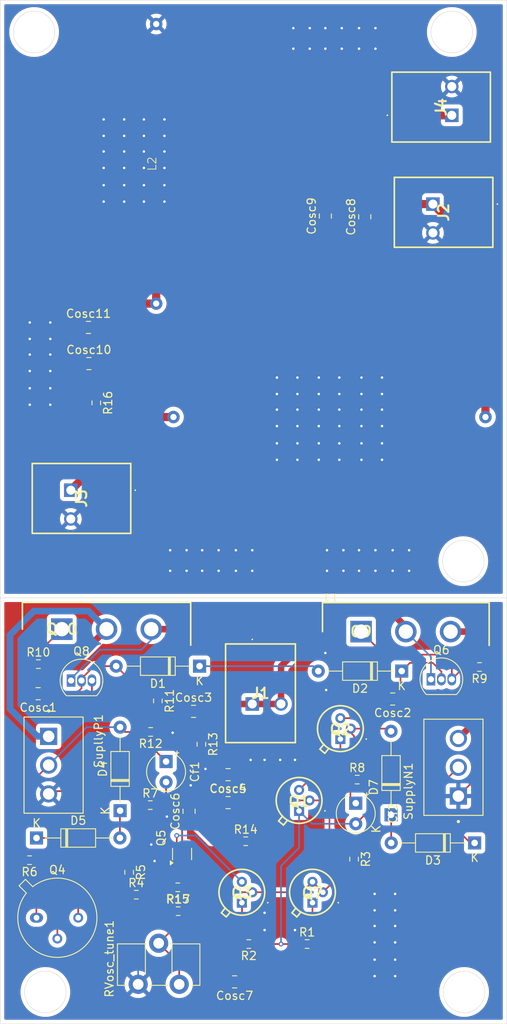
<source format=kicad_pcb>
(kicad_pcb (version 20240108) (generator "pcbnew") (generator_version "8.0")
  (layers (0 "F.Cu" signal) (31 "B.Cu" signal) (34 "B.Paste" user) (35 "F.Paste" user) (36 "B.SilkS" user "B.Silkscreen") (37 "F.SilkS" user "F.Silkscreen") (38 "B.Mask" user) (39 "F.Mask" user) (44 "Edge.Cuts" user))
  (net 0 "")
  (net 1 "+24V")
  (net 2 "Net-(D1-K)")
  (net 3 "Net-(D3-A)")
  (net 4 "-24V")
  (net 5 "Net-(Q10-BASE)")
  (net 6 "Net-(Q6-C)")
  (net 7 "Net-(Cosc3-Pad1)")
  (net 8 "Net-(Q10-EMITTER)")
  (net 9 "Net-(Q1-B)")
  (net 10 "GND")
  (net 11 "Net-(Cosc5-Pad2)")
  (net 12 "Net-(Q5B-B2)")
  (net 14 "Net-(Q5A-B1)")
  (net 15 "Net-(Cosc8-Pad2)")
  (net 16 "Net-(Cosc10-Pad1)")
  (net 17 "Net-(Cosc10-Pad2)")
  (net 18 "Net-(Q4-E)")
  (net 19 "Net-(Q4-C)")
  (net 20 "Net-(Q3-C)")
  (net 21 "Net-(Q5A-E1)")
  (net 22 "Net-(Q3-B)")
  (net 23 "Net-(Q5B-E2)")
  (net 24 "Net-(Q7-E)")
  (net 25 "Net-(Q3-E)")
  (net 26 "-30V")
  (net 27 "+30V")
  (net 28 "Net-(R15-Pad2)")
  (net 29 "Net-(R17-Pad2)")
  (net 30 "Net-(D5-K)")
  (net 31 "Net-(D7-A)")
  (net 32 "Net-(D1-A)")
  (net 33 "Net-(D2-K)")
  (net 34 "Net-(D4-K)")
  (net 35 "Net-(Q1-C)")
  (net 36 "Net-(J3-Pad1)")
  (footprint "Resistor_SMD:R_0603_1608Metric" (layer "F.Cu") (at 84.375 113.4)
    (property "Reference" "R7")
    (property "Value" "10k")
  )
  (footprint "Capacitor_SMD:C_0805_2012Metric" (layer "F.Cu") (at 89.65 102)
    (property "Reference" "Cosc3")
    (property "Value" "10u")
  )
  (footprint "Resistor_SMD:R_0603_1608Metric" (layer "F.Cu") (at 124.475 96.6 180)
    (property "Reference" "R9")
    (property "Value" "330")
  )
  (footprint "Resistor_SMD:R_0603_1608Metric" (layer "F.Cu") (at 85.3 100.725 -90)
    (property "Reference" "R11")
    (property "Value" "10k")
  )
  (footprint "2SA1943-O_Q_:TO545P520X2050X2650-3P" (layer "F.Cu") (at 73.6 92)
    (property "Reference" "Q10")
    (property "Value" "2SA1943-O_Q_" (hide yes))
  )
  (footprint "Capacitor_SMD:C_0805_2012Metric" (layer "F.Cu") (at 70.72 99.85 180)
    (property "Reference" "Cosc1")
    (property "Value" "100p")
  )
  (footprint "Resistor_SMD:R_0603_1608Metric" (layer "F.Cu") (at 77.8 64.475 -90)
    (property "Reference" "R16")
    (property "Value" "1.2")
  )
  (footprint "Diode_THT:D_DO-35_SOD27_P10.16mm_Horizontal" (layer "F.Cu") (at 113.7 114.58 90)
    (property "Reference" "D7")
    (property "Value" "1N914")
  )
  (footprint "250-102:250102" (layer "F.Cu") (at 74.7 75.1 -90)
    (property "Reference" "J3")
    (property "Value" "250-102" (hide yes))
  )
  (footprint "Capacitor_SMD:C_0805_2012Metric" (layer "F.Cu") (at 105.7 41.75 90)
    (property "Reference" "Cosc9")
    (property "Value" "3u3")
  )
  (footprint "250-102:250102" (layer "F.Cu") (at 118.8 40.3 -90)
    (property "Reference" "J2")
    (property "Value" "250-102" (hide yes))
  )
  (footprint "Diode_THT:D_DO-35_SOD27_P10.16mm_Horizontal" (layer "F.Cu") (at 115 97.1 180)
    (property "Reference" "D2")
    (property "Value" "1N914")
  )
  (footprint "Resistor_SMD:R_0603_1608Metric" (layer "F.Cu") (at 84.425 104.5 180)
    (property "Reference" "R12")
    (property "Value" "10k")
  )
  (footprint "Capacitor_SMD:C_0805_2012Metric" (layer "F.Cu") (at 110.5 41.85 90)
    (property "Reference" "Cosc8")
    (property "Value" "3u3")
  )
  (footprint "Resistor_SMD:R_0603_1608Metric" (layer "F.Cu") (at 90.6 106 -90)
    (property "Reference" "R13")
    (property "Value" "220k")
  )
  (footprint "Capacitor_THT:CP_Radial_Tantal_D4.5mm_P2.50mm" (layer "F.Cu") (at 86.3 108.1 -90)
    (property "Reference" "Cf1")
    (property "Value" "100u")
  )
  (footprint "Resistor_SMD:R_0603_1608Metric" (layer "F.Cu") (at 109.2 119.975 -90)
    (property "Reference" "R3")
    (property "Value" "1")
  )
  (footprint "Coil_THT:L_D32mm_H10mm_0W71" (layer "F.Cu") (at 85.1 35.4 90)
    (property "Reference" "L2")
    (property "Value" "0.33m")
  )
  (footprint "250-102:250102" (layer "F.Cu") (at 121.1 29.5 90)
    (property "Reference" "J4")
    (property "Value" "250-102" (hide yes))
  )
  (footprint "2N2484:2N2484" (layer "F.Cu") (at 102.5 114.1)
    (property "Reference" "Q1")
    (property "Value" "2N2484" (hide yes))
  )
  (footprint "Resistor_SMD:R_0603_1608Metric" (layer "F.Cu") (at 81.8 121.575 -90)
    (property "Reference" "R5")
    (property "Value" "100")
  )
  (footprint "Capacitor_SMD:C_0805_2012Metric" (layer "F.Cu") (at 89.1 114.15 90)
    (property "Reference" "Cosc6")
    (property "Value" "2p2")
  )
  (footprint "Resistor_SMD:R_0603_1608Metric" (layer "F.Cu") (at 87.775 126.3)
    (property "Reference" "R17")
    (property "Value" "10k")
  )
  (footprint "Resistor_SMD:R_0603_1608Metric" (layer "F.Cu") (at 82.675 124.3)
    (property "Reference" "R4")
    (property "Value" "100")
  )
  (footprint "Resistor_SMD:R_0603_1608Metric" (layer "F.Cu") (at 70.745 96.25)
    (property "Reference" "R10")
    (property "Value" "330")
  )
  (footprint "Package_TO_SOT_THT:TO-39-3" (layer "F.Cu") (at 70.52 127.1)
    (property "Reference" "Q4")
    (property "Value" "BC303")
  )
  (footprint "2SC5200-O_Q_:TO545P520X2000X2900-3P" (layer "F.Cu") (at 110.05 92.3)
    (property "Reference" "Q9")
    (property "Value" "2SC5200-O_Q_" (hide yes))
  )
  (footprint "Resistor_SMD:R_0603_1608Metric" (layer "F.Cu") (at 109.575 110.3)
    (property "Reference" "R8")
    (property "Value" "470k")
  )
  (footprint "Capacitor_SMD:C_0805_2012Metric" (layer "F.Cu") (at 93.85 109.7 180)
    (property "Reference" "Cosc4")
    (property "Value" "1.5n")
  )
  (footprint "250-102:250102" (layer "F.Cu") (at 96.8 101.1)
    (property "Reference" "J1")
    (property "Value" "250-102" (hide yes))
  )
  (footprint "Diode_THT:D_DO-35_SOD27_P10.16mm_Horizontal" (layer "F.Cu") (at 70.52 117.4)
    (property "Reference" "D5")
    (property "Value" "1N914")
  )
  (footprint "Resistor_SMD:R_0603_1608Metric" (layer "F.Cu") (at 103.475 130.3)
    (property "Reference" "R1")
    (property "Value" "220")
  )
  (footprint "Resistor_SMD:R_0603_1608Metric" (layer "F.Cu") (at 69.675 120.1 180)
    (property "Reference" "R6")
    (property "Value" "500")
  )
  (footprint "TBP02R2-381-06BE:CUI_TBP03R2-350-03BE" (layer "F.Cu") (at 121.9 112.3 90)
    (property "Reference" "SupplyN1")
    (property "Value" "TBP03R2-350-03BE")
  )
  (footprint "Coil_THT:L_D38mm_H20mm_0W71mm" (layer "F.Cu") (at 106.2 66.2 180)
    (property "Reference" "L1")
    (property "Value" "0.47m")
  )
  (footprint "Package_TO_SOT_THT:TO-92_Inline" (layer "F.Cu") (at 74.73 98.25)
    (property "Reference" "Q8")
    (property "Value" "Q_NPN_EBC")
  )
  (footprint "Resistor_SMD:R_0603_1608Metric" (layer "F.Cu") (at 87.725 123.4 180)
    (property "Reference" "R15")
    (property "Value" "200k")
  )
  (footprint "Package_TO_SOT_SMD:SOT-363_SC-70-6" (layer "F.Cu") (at 88.25 119.35 90)
    (property "Reference" "Q5")
    (property "Value" "BC856BS")
  )
  (footprint "Capacitor_SMD:C_0805_2012Metric" (layer "F.Cu") (at 94.65 134.9 180)
    (property "Reference" "Cosc7")
    (property "Value" "1.5n")
  )
  (footprint "Capacitor_SMD:C_0805_2012Metric" (layer "F.Cu") (at 76.85 55.3)
    (property "Reference" "Cosc11")
    (property "Value" "1u2")
  )
  (footprint "2N2484:2N2484" (layer "F.Cu") (at 95.53 125.27)
    (property "Reference" "Q3")
    (property "Value" "2N2484" (hide yes))
  )
  (footprint "2N2484:2N2484" (layer "F.Cu") (at 104.13 125.27)
    (property "Reference" "Q7")
    (property "Value" "2N2484" (hide yes))
  )
  (footprint "Package_TO_SOT_THT:TO-92_Inline" (layer "F.Cu") (at 118.56 98.1)
    (property "Reference" "Q6")
    (property "Value" "Q_PNP_EBC")
  )
  (footprint "Diode_THT:D_DO-35_SOD27_P10.16mm_Horizontal" (layer "F.Cu") (at 80.7 114.08 90)
    (property "Reference" "D4")
    (property "Value" "1N914")
  )
  (footprint "TBP02R2-381-06BE:CUI_TBP03R2-350-03BE" (layer "F.Cu") (at 72 105.0375 -90)
    (property "Reference" "SupllyP1")
    (property "Value" "TBP03R2-350-03BE")
  )
  (footprint "Potentiometer_THT:Potentiometer_ACP_CA9-H5_Horizontal" (layer "F.Cu") (at 82.9 135.2 90)
    (property "Reference" "RVosc_tune1")
    (property "Value" "R20k")
  )
  (footprint "2N2484:2N2484" (layer "F.Cu") (at 107.53 105.37)
    (property "Reference" "Q2")
    (property "Value" "2N2484" (hide yes))
  )
  (footprint "Capacitor_THT:CP_Radial_Tantal_D4.5mm_P2.50mm" (layer "F.Cu") (at 109.4 113.171144 -90)
    (property "Reference" "Cf2")
    (property "Value" "100u")
  )
  (footprint "Diode_THT:D_DO-35_SOD27_P10.16mm_Horizontal" (layer "F.Cu") (at 123.88 118 180)
    (property "Reference" "D3")
    (property "Value" "1N914")
  )
  (footprint "Resistor_SMD:R_0603_1608Metric" (layer "F.Cu") (at 96.375 130.3 180)
    (property "Reference" "R2")
    (property "Value" "220")
  )
  (footprint "Capacitor_SMD:C_0805_2012Metric" (layer "F.Cu") (at 113.9 100.5 180)
    (property "Reference" "Cosc2")
    (property "Value" "100p")
  )
  (footprint "Capacitor_SMD:C_0805_2012Metric" (layer "F.Cu") (at 93.85 113.1)
    (property "Reference" "Cosc5")
    (property "Value" "1.5n")
  )
  (footprint "Capacitor_SMD:C_0805_2012Metric" (layer "F.Cu") (at 76.9 59.7)
    (property "Reference" "Cosc10")
    (property "Value" "2u2")
  )
  (footprint "Diode_THT:D_DO-35_SOD27_P10.16mm_Horizontal" (layer "F.Cu") (at 90.38 96.5 180)
    (property "Reference" "D1")
    (property "Value" "1N914")
  )
  (footprint "Resistor_SMD:R_0603_1608Metric" (layer "F.Cu") (at 96 117.8)
    (property "Reference" "R14")
    (property "Value" "11k")
  )
  (gr_line (start 66.1 88.2) (end 127.8 88.2) (stroke (width 0.05)) (layer "Edge.Cuts"))
  (gr_circle (center 121.1 19.368203) (end 118.6 18.968203) (stroke (width 0.05)) (fill none) (layer "Edge.Cuts"))
  (gr_circle (center 122.5 83.731797) (end 120 83.331797) (stroke (width 0.05)) (fill none) (layer "Edge.Cuts"))
  (gr_circle (center 122.6 136.131797) (end 120.1 135.731797) (stroke (width 0.05)) (fill none) (layer "Edge.Cuts"))
  (gr_circle (center 71.6 136.131797) (end 69.1 135.731797) (stroke (width 0.05)) (fill none) (layer "Edge.Cuts"))
  (gr_rect (start 66.1 15.5) (end 127.8 140) (stroke (width 0.05)) (fill none) (layer "Edge.Cuts"))
  (gr_circle (center 70.231797 19.368203) (end 67.731797 18.968203) (stroke (width 0.05)) (fill none) (layer "Edge.Cuts"))
  (segment (start 72 108.5375) (end 68.6 111.9375) (width 0.2) (layer "F.Cu") (net 1))
  (segment (start 83.6 105.4) (end 86.3 108.1) (width 0.2) (layer "F.Cu") (net 1))
  (segment (start 81.28 104.5) (end 80.7 103.92) (width 0.2) (layer "F.Cu") (net 1))
  (segment (start 83.6 104.5) (end 81.28 104.5) (width 0.2) (layer "F.Cu") (net 1))
  (segment (start 68.6 119.85) (end 68.85 120.1) (width 0.2) (layer "F.Cu") (net 1))
  (segment (start 68.6 111.9375) (end 68.6 119.85) (width 0.2) (layer "F.Cu") (net 1))
  (segment (start 83.6 104.5) (end 83.6 105.4) (width 0.2) (layer "F.Cu") (net 1))
  (segment (start 80.7 103.92) (end 76.6175 103.92) (width 0.2) (layer "B.Cu") (net 1))
  (segment (start 76.6175 103.92) (end 72 108.5375) (width 0.2) (layer "B.Cu") (net 1))
  (segment (start 90.38 96.5) (end 104.24 96.5) (width 0.2) (layer "B.Cu") (net 2))
  (segment (start 104.24 96.5) (end 104.84 97.1) (width 0.2) (layer "B.Cu") (net 2))
  (segment (start 113.72 114.6) (end 113.7 114.58) (width 0.2) (layer "F.Cu") (net 3))
  (segment (start 113.72 118) (end 113.72 114.6) (width 0.2) (layer "F.Cu") (net 3))
  (segment (start 123.88 118) (end 123.357712 118) (width 0.2) (layer "F.Cu") (net 4))
  (segment (start 97.2 130.3) (end 102.65 130.3) (width 0.2) (layer "F.Cu") (net 4))
  (segment (start 118.028856 112.671144) (end 121.9 108.8) (width 0.2) (layer "F.Cu") (net 4))
  (segment (start 109.4 115.671144) (end 112.4 112.671144) (width 0.2) (layer "F.Cu") (net 4))
  (segment (start 123.357712 118) (end 118.028856 112.671144) (width 0.2) (layer "F.Cu") (net 4))
  (segment (start 112.4 112.671144) (end 118.028856 112.671144) (width 0.2) (layer "F.Cu") (net 4))
  (via (at 100.3 130.3) (size 0.6) (drill 0.3) (layers "F.Cu" "B.Cu") (net 4))
  (segment (start 100.3 120.8) (end 100.3 130.3) (width 0.2) (layer "B.Cu") (net 4))
  (segment (start 102.5 118.6) (end 100.3 120.8) (width 0.2) (layer "B.Cu") (net 4))
  (segment (start 104.071144 115.671144) (end 102.5 114.1) (width 0.2) (layer "B.Cu") (net 4))
  (segment (start 109.4 115.671144) (end 104.071144 115.671144) (width 0.2) (layer "B.Cu") (net 4))
  (segment (start 102.5 114.1) (end 102.5 118.6) (width 0.2) (layer "B.Cu") (net 4))
  (segment (start 77.27 99.73) (end 77.27 98.25) (width 0.2) (layer "F.Cu") (net 5))
  (segment (start 69.77 99.85) (end 69.77 96.4) (width 0.2) (layer "F.Cu") (net 5))
  (segment (start 69.77 99.85) (end 69.77 100.67) (width 0.2) (layer "F.Cu") (net 5))
  (segment (start 75.5 101.5) (end 77.27 99.73) (width 0.2) (layer "F.Cu") (net 5))
  (segment (start 70.6 101.5) (end 75.5 101.5) (width 0.2) (layer "F.Cu") (net 5))
  (segment (start 69.77 100.67) (end 70.6 101.5) (width 0.2) (layer "F.Cu") (net 5))
  (segment (start 69.92 96.25) (end 69.92 95.68) (width 0.2) (layer "F.Cu") (net 5))
  (segment (start 69.77 96.4) (end 69.92 96.25) (width 0.2) (layer "F.Cu") (net 5))
  (segment (start 69.92 95.68) (end 73.6 92) (width 0.2) (layer "F.Cu") (net 5))
  (segment (start 73.625 92) (end 73.6 92) (width 0.2) (layer "B.Cu") (net 5))
  (segment (start 77.27 98.25) (end 77.27 98.025) (width 0.2) (layer "B.Cu") (net 5))
  (segment (start 123.65 96.6) (end 122.6 96.6) (width 0.2) (layer "F.Cu") (net 6))
  (segment (start 112.85 95.1) (end 112.95 95.2) (width 0.2) (layer "F.Cu") (net 6))
  (segment (start 112.85 95.1) (end 110.05 92.3) (width 0.2) (layer "F.Cu") (net 6))
  (segment (start 119.9 95.1) (end 112.85 95.1) (width 0.2) (layer "F.Cu") (net 6))
  (segment (start 121.1 96.3) (end 119.9 95.1) (width 0.2) (layer "F.Cu") (net 6))
  (segment (start 122.6 96.6) (end 121.1 98.1) (width 0.2) (layer "F.Cu") (net 6))
  (segment (start 121.1 98.1) (end 121.1 96.3) (width 0.2) (layer "F.Cu") (net 6))
  (segment (start 112.95 95.2) (end 112.95 100.5) (width 0.2) (layer "F.Cu") (net 6))
  (segment (start 85.3 104.45) (end 85.25 104.5) (width 0.2) (layer "F.Cu") (net 7))
  (segment (start 85.3 101.55) (end 88.25 101.55) (width 0.2) (layer "F.Cu") (net 7))
  (segment (start 85.3 101.55) (end 85.3 104.45) (width 0.2) (layer "F.Cu") (net 7))
  (segment (start 88.25 101.55) (end 88.7 102) (width 0.2) (layer "F.Cu") (net 7))
  (segment (start 89.1 113.2) (end 92.6 109.7) (width 0.2) (layer "F.Cu") (net 8))
  (segment (start 104.8 92) (end 100.3 96.5) (width 0.8) (layer "F.Cu") (net 8))
  (segment (start 90.6 105.175) (end 90.6 102) (width 0.2) (layer "F.Cu") (net 8))
  (segment (start 96.8 101.1) (end 91.5 101.1) (width 0.8) (layer "F.Cu") (net 8))
  (segment (start 91.5 101.1) (end 90.6 102) (width 0.8) (layer "F.Cu") (net 8))
  (segment (start 74.73 98.25) (end 74.73 98.025) (width 0.2) (layer "F.Cu") (net 8))
  (segment (start 92.9 109.7) (end 92.9 107.475) (width 0.2) (layer "F.Cu") (net 8))
  (segment (start 113.275 89.5) (end 115.7 91.925) (width 0.8) (layer "F.Cu") (net 8))
  (segment (start 107.3 89.5) (end 113.275 89.5) (width 0.8) (layer "F.Cu") (net 8))
  (segment (start 100.3 96.5) (end 100.3 101.1) (width 0.8) (layer "F.Cu") (net 8))
  (segment (start 104.8 92) (end 107.3 89.5) (width 0.8) (layer "F.Cu") (net 8))
  (segment (start 92.6 109.7) (end 92.9 109.7) (width 0.2) (layer "F.Cu") (net 8))
  (segment (start 84.5 92) (end 104.8 92) (width 0.8) (layer "F.Cu") (net 8))
  (segment (start 92.9 107.475) (end 90.6 105.175) (width 0.2) (layer "F.Cu") (net 8))
  (segment (start 100.3 101.1) (end 96.8 101.1) (width 0.8) (layer "F.Cu") (net 8))
  (segment (start 83.3 94.5) (end 84.5 93.3) (width 0.2) (layer "B.Cu") (net 8))
  (segment (start 118.56 98.1) (end 118.56 95.36) (width 0.2) (layer "B.Cu") (net 8))
  (segment (start 74.73 98.025) (end 78.255 94.5) (width 0.2) (layer "B.Cu") (net 8))
  (segment (start 84.5 93.3) (end 84.5 92) (width 0.2) (layer "B.Cu") (net 8))
  (segment (start 118.56 95.36) (end 115.5 92.3) (width 0.2) (layer "B.Cu") (net 8))
  (segment (start 78.255 94.5) (end 83.3 94.5) (width 0.2) (layer "B.Cu") (net 8))
  (segment (start 74.73 98.25) (end 74.73 98.025) (width 0.2) (layer "B.Cu") (net 8))
  (segment (start 105.13 112.83) (end 106.2 113.9) (width 0.2) (layer "F.Cu") (net 9))
  (segment (start 97.93 112.83) (end 103.77 112.83) (width 0.2) (layer "F.Cu") (net 9))
  (segment (start 105.13 112.83) (end 103.77 112.83) (width 0.2) (layer "F.Cu") (net 9))
  (segment (start 94.8 109.7) (end 97.93 112.83) (width 0.2) (layer "F.Cu") (net 9))
  (segment (start 106.2 113.9) (end 106.2 116.4) (width 0.2) (layer "F.Cu") (net 9))
  (segment (start 108.95 119.15) (end 109.2 119.15) (width 0.2) (layer "F.Cu") (net 9))
  (segment (start 106.2 116.4) (end 108.95 119.15) (width 0.2) (layer "F.Cu") (net 9))
  (segment (start 124 107) (end 124.2 107.2) (width 0.2) (layer "F.Cu") (net 10))
  (segment (start 124.2 110) (end 121.9 112.3) (width 0.2) (layer "F.Cu") (net 10))
  (segment (start 83.55 112.55) (end 82.7 111.7) (width 0.2) (layer "F.Cu") (net 10))
  (segment (start 124.2 107.2) (end 124.2 110) (width 0.2) (layer "F.Cu") (net 10))
  (segment (start 113.3 110.3) (end 110.4 110.3) (width 0.2) (layer "F.Cu") (net 10))
  (segment (start 83.55 113.4) (end 83.55 112.55) (width 0.2) (layer "F.Cu") (net 10))
  (segment (start 72.3375 111.7) (end 72 112.0375) (width 0.2) (layer "F.Cu") (net 10))
  (segment (start 116.6 107) (end 124 107) (width 0.2) (layer "F.Cu") (net 10))
  (segment (start 116.6 107) (end 113.3 110.3) (width 0.2) (layer "F.Cu") (net 10))
  (segment (start 82.7 111.7) (end 72.3375 111.7) (width 0.2) (layer "F.Cu") (net 10))
  (via (at 99.8 67.3) (size 0.6) (drill 0.3) (layers "F.Cu" "B.Cu") (net 10))
  (via (at 112.6 63.4) (size 0.6) (drill 0.3) (layers "F.Cu" "B.Cu") (net 10))
  (via (at 98.3 126.5) (size 0.6) (drill 0.3) (layers "F.Cu" "B.Cu") (net 10))
  (via (at 86.1 30) (size 0.6) (drill 0.3) (layers "F.Cu" "B.Cu") (net 10))
  (via (at 102.3 65.3) (size 0.6) (drill 0.3) (layers "F.Cu" "B.Cu") (net 10))
  (via (at 86.8 84.9) (size 0.6) (drill 0.3) (layers "F.Cu" "B.Cu") (net 10))
  (via (at 92.7 84.9) (size 0.6) (drill 0.3) (layers "F.Cu" "B.Cu") (net 10))
  (via (at 86.1 38) (size 0.6) (drill 0.3) (layers "F.Cu" "B.Cu") (net 10))
  (via (at 104.9 69.4) (size 0.6) (drill 0.3) (layers "F.Cu" "B.Cu") (net 10))
  (via (at 84.9 120.2) (size 0.6) (drill 0.3) (layers "F.Cu" "B.Cu") (net 10))
  (via (at 72.2 62.7) (size 0.6) (drill 0.3) (layers "F.Cu" "B.Cu") (net 10))
  (via (at 109.8 21.4) (size 0.6) (drill 0.3) (layers "F.Cu" "B.Cu") (net 10))
  (via (at 69.7 56.7) (size 0.6) (drill 0.3) (layers "F.Cu" "B.Cu") (net 10))
  (via (at 86.1 40) (size 0.6) (drill 0.3) (layers "F.Cu" "B.Cu") (net 10))
  (via (at 115.9 84.9) (size 0.6) (drill 0.3) (layers "F.Cu" "B.Cu") (net 10))
  (via (at 72.2 54.7) (size 0.6) (drill 0.3) (layers "F.Cu" "B.Cu") (net 10))
  (via (at 104.9 63.4) (size 0.6) (drill 0.3) (layers "F.Cu" "B.Cu") (net 10))
  (via (at 104.9 71.4) (size 0.6) (drill 0.3) (layers "F.Cu" "B.Cu") (net 10))
  (via (at 111.8 82.4) (size 0.6) (drill 0.3) (layers "F.Cu" "B.Cu") (net 10))
  (via (at 107.4 65.3) (size 0.6) (drill 0.3) (layers "F.Cu" "B.Cu") (net 10))
  (via (at 102.3 67.3) (size 0.6) (drill 0.3) (layers "F.Cu" "B.Cu") (net 10))
  (via (at 81.2 40) (size 0.6) (drill 0.3) (layers "F.Cu" "B.Cu") (net 10))
  (via (at 94.8 84.9) (size 0.6) (drill 0.3) (layers "F.Cu" "B.Cu") (net 10))
  (via (at 111.8 18.9) (size 0.6) (drill 0.3) (layers "F.Cu" "B.Cu") (net 10))
  (via (at 81.2 35.9) (size 0.6) (drill 0.3) (layers "F.Cu" "B.Cu") (net 10))
  (via (at 81.2 33.9) (size 0.6) (drill 0.3) (layers "F.Cu" "B.Cu") (net 10))
  (via (at 114.2 130.1) (size 0.6) (drill 0.3) (layers "F.Cu" "B.Cu") (net 10))
  (via (at 105.7 18.9) (size 0.6) (drill 0.3) (layers "F.Cu" "B.Cu") (net 10))
  (via (at 107.7 21.4) (size 0.6) (drill 0.3) (layers "F.Cu" "B.Cu") (net 10))
  (via (at 88.8 82.4) (size 0.6) (drill 0.3) (layers "F.Cu" "B.Cu") (net 10))
  (via (at 99.8 63.4) (size 0.6) (drill 0.3) (layers "F.Cu" "B.Cu") (net 10))
  (via (at 69.7 58.6) (size 0.6) (drill 0.3) (layers "F.Cu" "B.Cu") (net 10))
  (via (at 69.7 64.7) (size 0.6) (drill 0.3) (layers "F.Cu" "B.Cu") (net 10))
  (via (at 111.8 84.9) (size 0.6) (drill 0.3) (layers "F.Cu" "B.Cu") (net 10))
  (via (at 86.1 35.9) (size 0.6) (drill 0.3) (layers "F.Cu" "B.Cu") (net 10))
  (via (at 83.6 30) (size 0.6) (drill 0.3) (layers "F.Cu" "B.Cu") (net 10))
  (via (at 109.8 84.9) (size 0.6) (drill 0.3) (layers "F.Cu" "B.Cu") (net 10))
  (via (at 86.8 82.4) (size 0.6) (drill 0.3) (layers "F.Cu" "B.Cu") (net 10))
  (via (at 114.2 124.2) (size 0.6) (drill 0.3) (layers "F.Cu" "B.Cu") (net 10))
  (via (at 98.3 107.9) (size 0.6) (drill 0.3) (layers "F.Cu" "B.Cu") (net 10))
  (via (at 105.9 84.9) (size 0.6) (drill 0.3) (layers "F.Cu" "B.Cu") (net 10))
  (via (at 83.6 33.9) (size 0.6) (drill 0.3) (layers "F.Cu" "B.Cu") (net 10))
  (via (at 110.1 67.3) (size 0.6) (drill 0.3) (layers "F.Cu" "B.Cu") (net 10))
  (via (at 96.8 84.9) (size 0.6) (drill 0.3) (layers "F.Cu" "B.Cu") (net 10))
  (via (at 103.8 21.4) (size 0.6) (drill 0.3) (layers "F.Cu" "B.Cu") (net 10))
  (via (at 102 107.9) (size 0.6) (drill 0.3) (layers "F.Cu" "B.Cu") (net 10))
  (via (at 113.9 84.9) (size 0.6) (drill 0.3) (layers "F.Cu" "B.Cu") (net 10))
  (via (at 109.8 18.9) (size 0.6) (drill 0.3) (layers "F.Cu" "B.Cu") (net 10))
  (via (at 102.3 69.4) (size 0.6) (drill 0.3) (layers "F.Cu" "B.Cu") (net 10))
  (via (at 86.1 32) (size 0.6) (drill 0.3) (layers "F.Cu" "B.Cu") (net 10))
  (via (at 107.4 61.4) (size 0.6) (drill 0.3) (layers "F.Cu" "B.Cu") (net 10))
  (via (at 112.6 65.3) (size 0.6) (drill 0.3) (layers "F.Cu" "B.Cu") (net 10))
  (via (at 104.9 61.4) (size 0.6) (drill 0.3) (layers "F.Cu" "B.Cu") (net 10))
  (via (at 72.2 60.6) (size 0.6) (drill 0.3) (layers "F.Cu" "B.Cu") (net 10))
  (via (at 78.7 32) (size 0.6) (drill 0.3) (layers "F.Cu" "B.Cu") (net 10))
  (via (at 111.7 134.2) (size 0.6) (drill 0.3) (layers "F.Cu" "B.Cu") (net 10))
  (via (at 69.7 62.7) (size 0.6) (drill 0.3) (layers "F.Cu" "B.Cu") (net 10))
  (via (at 111.7 126.2) (size 0.6) (drill 0.3) (layers "F.Cu" "B.Cu") (net 10))
  (via (at 112.6 69.4) (size 0.6) (drill 0.3) (layers "F.Cu" "B.Cu") (net 10))
  (via (at 107.9 82.4) (size 0.6) (drill 0.3) (layers "F.Cu" "B.Cu") (net 10))
  (via (at 78.7 30) (size 0.6) (drill 0.3) (layers "F.Cu" "B.Cu") (net 10))
  (via (at 69.7 60.6) (size 0.6) (drill 0.3) (layers "F.Cu" "B.Cu") (net 10))
  (via (at 72.2 56.7) (size 0.6) (drill 0.3) (layers "F.Cu" "B.Cu") (net 10))
  (via (at 110.1 63.4) (size 0.6) (drill 0.3) (layers "F.Cu" "B.Cu") (net 10))
  (via (at 78.7 35.9) (size 0.6) (drill 0.3) (layers "F.Cu" "B.Cu") (net 10))
  (via (at 99.8 65.3) (size 0.6) (drill 0.3) (layers "F.Cu" "B.Cu") (net 10))
  (via (at 69.7 54.7) (size 0.6) (drill 0.3) (layers "F.Cu" "B.Cu") (net 10))
  (via (at 78.7 33.9) (size 0.6) (drill 0.3) (layers "F.Cu" "B.Cu") (net 10))
  (via (at 83.6 40) (size 0.6) (drill 0.3) (layers "F.Cu" "B.Cu") (net 10))
  (via (at 111.7 130.1) (size 0.6) (drill 0.3) (layers "F.Cu" "B.Cu") (net 10))
  (via (at 99.8 69.4) (size 0.6) (drill 0.3) (layers "F.Cu" "B.Cu") (net 10))
  (via (at 107.4 71.4) (size 0.6) (drill 0.3) (layers "F.Cu" "B.Cu") (net 10))
  (via (at 103.8 18.9) (size 0.6) (drill 0.3) (layers "F.Cu" "B.Cu") (net 10))
  (via (at 99.8 61.4) (size 0.6) (drill 0.3) (layers "F.Cu" "B.Cu") (net 10))
  (via (at 114.2 126.2) (size 0.6) (drill 0.3) (layers "F.Cu" "B.Cu") (net 10))
  (via (at 111.8 21.4) (size 0.6) (drill 0.3) (layers "F.Cu" "B.Cu") (net 10))
  (via (at 105.7 94.9) (size 0.6) (drill 0.3) (layers "F.Cu" "B.Cu") (net 10))
  (via (at 110.1 65.3) (size 0.6) (drill 0.3) (layers "F.Cu" "B.Cu") (net 10))
  (via (at 111.7 128.1) (size 0.6) (drill 0.3) (layers "F.Cu" "B.Cu") (net 10))
  (via (at 107.7 18.9) (size 0.6) (drill 0.3) (layers "F.Cu" "B.Cu") (net 10))
  (via (at 91.1 109) (size 0.6) (drill 0.3) (layers "F.Cu" "B.Cu") (net 10))
  (via (at 109.8 82.4) (size 0.6) (drill 0.3) (layers "F.Cu" "B.Cu") (net 10))
  (via (at 89.3 111) (size 0.6) (drill 0.3) (layers "F.Cu" "B.Cu") (net 10))
  (via (at 86.4 114.8) (size 0.6) (drill 0.3) (layers "F.Cu" "B.Cu") (net 10))
  (via (at 99.8 71.4) (size 0.6) (drill 0.3) (layers "F.Cu" "B.Cu") (net 10))
  (via (at 110.1 61.4) (size 0.6) (drill 0.3) (layers "F.Cu" "B.Cu") (net 10))
  (via (at 96.6 107.9) (size 0.6) (drill 0.3) (layers "F.Cu" "B.Cu") (net 10))
  (via (at 107.4 63.4) (size 0.6) (drill 0.3) (layers "F.Cu" "B.Cu") (net 10))
  (via (at 78.7 38) (size 0.6) (drill 0.3) (layers "F.Cu" "B.Cu") (net 10))
  (via (at 94.8 82.4) (size 0.6) (drill 0.3) (layers "F.Cu" "B.Cu") (net 10))
  (via (at 92.7 82.4) (size 0.6) (drill 0.3) (layers "F.Cu" "B.Cu") (net 10))
  (via (at 102.3 71.4) (size 0.6) (drill 0.3) (layers "F.Cu" "B.Cu") (net 10))
  (via (at 101.8 21.4) (size 0.6) (drill 0.3) (layers "F.Cu" "B.Cu") (net 10))
  (via (at 96.8 82.4) (size 0.6) (drill 0.3) (layers "F.Cu" "B.Cu") (net 10))
  (via (at 83.6 35.9) (size 0.6) (drill 0.3) (layers "F.Cu" "B.Cu") (net 10))
  (via (at 107.4 69.4) (size 0.6) (drill 0.3) (layers "F.Cu" "B.Cu") (net 10))
  (via (at 81.2 32) (size 0.6) (drill 0.3) (layers "F.Cu" "B.Cu") (net 10))
  (via (at 78.7 40) (size 0.6) (drill 0.3) (layers "F.Cu" "B.Cu") (net 10))
  (via (at 72.2 58.6) (size 0.6) (drill 0.3) (layers "F.Cu" "B.Cu") (net 10))
  (via (at 111.7 132.2) (size 0.6) (drill 0.3) (layers "F.Cu" "B.Cu") (net 10))
  (via (at 72.2 64.7) (size 0.6) (drill 0.3) (layers "F.Cu" "B.Cu") (net 10))
  (via (at 90.7 82.4) (size 0.6) (drill 0.3) (layers "F.Cu" "B.Cu") (net 10))
  (via (at 102.3 63.4) (size 0.6) (drill 0.3) (layers "F.Cu" "B.Cu") (net 10))
  (via (at 107.9 84.9) (size 0.6) (drill 0.3) (layers "F.Cu" "B.Cu") (net 10))
  (via (at 83.6 32) (size 0.6) (drill 0.3) (layers "F.Cu" "B.Cu") (net 10))
  (via (at 100.2 107.9) (size 0.6) (drill 0.3) (layers "F.Cu" "B.Cu") (net 10))
  (via (at 110.1 71.4) (size 0.6) (drill 0.3) (layers "F.Cu" "B.Cu") (net 10))
  (via (at 107.4 67.3) (size 0.6) (drill 0.3) (layers "F.Cu" "B.Cu") (net 10))
  (via (at 90.7 84.9) (size 0.6) (drill 0.3) (layers "F.Cu" "B.Cu") (net 10))
  (via (at 104.9 65.3) (size 0.6) (drill 0.3) (layers "F.Cu" "B.Cu") (net 10))
  (via (at 88.8 84.9) (size 0.6) (drill 0.3) (layers "F.Cu" "B.Cu") (net 10))
  (via (at 84.5 118.2) (size 0.6) (drill 0.3) (layers "F.Cu" "B.Cu") (net 10))
  (via (at 112.6 71.4) (size 0.6) (drill 0.3) (layers "F.Cu" "B.Cu") (net 10))
  (via (at 111.7 124.2) (size 0.6) (drill 0.3) (layers "F.Cu" "B.Cu") (net 10))
  (via (at 105.7 21.4) (size 0.6) (drill 0.3) (layers "F.Cu" "B.Cu") (net 10))
  (via (at 81.2 38) (size 0.6) (drill 0.3) (layers "F.Cu" "B.Cu") (net 10))
  (via (at 86.1 33.9) (size 0.6) (drill 0.3) (layers "F.Cu" "B.Cu") (net 10))
  (via (at 101.8 18.9) (size 0.6) (drill 0.3) (layers "F.Cu" "B.Cu") (net 10))
  (via (at 110.1 69.4) (size 0.6) (drill 0.3) (layers "F.Cu" "B.Cu") (net 10))
  (via (at 112.6 67.3) (size 0.6) (drill 0.3) (layers "F.Cu" "B.Cu") (net 10))
  (via (at 83.6 38) (size 0.6) (drill 0.3) (layers "F.Cu" "B.Cu") (net 10))
  (via (at 87.1 104.6) (size 0.6) (drill 0.3) (layers "F.Cu" "B.Cu") (net 10))
  (via (at 112.6 61.4) (size 0.6) (drill 0.3) (layers "F.Cu" "B.Cu") (net 10))
  (via (at 114.2 128.1) (size 0.6) (drill 0.3) (layers "F.Cu" "B.Cu") (net 10))
  (via (at 114.2 134.2) (size 0.6) (drill 0.3) (layers "F.Cu" "B.Cu") (net 10))
  (via (at 104.9 67.3) (size 0.6) (drill 0.3) (layers "F.Cu" "B.Cu") (net 10))
  (via (at 113.9 82.4) (size 0.6) (drill 0.3) (layers "F.Cu" "B.Cu") (net 10))
  (via (at 102 128.6) (size 0.6) (drill 0.3) (layers "F.Cu" "B.Cu") (net 10))
  (via (at 105.8 99.4) (size 0.6) (drill 0.3) (layers "F.Cu" "B.Cu") (net 10))
  (via (at 98.3 128.6) (size 0.6) (drill 0.3) (layers "F.Cu" "B.Cu") (net 10))
  (via (at 81.2 30) (size 0.6) (drill 0.3) (layers "F.Cu" "B.Cu") (net 10))
  (via (at 102.3 61.4) (size 0.6) (drill 0.3) (layers "F.Cu" "B.Cu") (net 10))
  (via (at 114.2 132.2) (size 0.6) (drill 0.3) (layers "F.Cu" "B.Cu") (net 10))
  (via (at 105.9 82.4) (size 0.6) (drill 0.3) (layers "F.Cu" "B.Cu") (net 10))
  (via (at 115.9 82.4) (size 0.6) (drill 0.3) (layers "F.Cu" "B.Cu") (net 10))
  (segment (start 82.9 128.2) (end 82.9 135.2) (width 0.2) (layer "B.Cu") (net 10))
  (segment (start 77.1 117.1375) (end 77.1 122.4) (width 0.2) (layer "B.Cu") (net 10))
  (segment (start 72 112.0375) (end 77.1 117.1375) (width 0.2) (layer "B.Cu") (net 10))
  (segment (start 77.1 122.4) (end 82.9 128.2) (width 0.2) (layer "B.Cu") (net 10))
  (segment (start 94.8 115.775) (end 96.825 117.8) (width 0.2) (layer "F.Cu") (net 11))
  (segment (start 94.8 113.1) (end 94.8 115.775) (width 0.2) (layer "F.Cu") (net 11))
  (segment (start 88.075 109.35) (end 88.075 111.125) (width 0.2) (layer "F.Cu") (net 12))
  (segment (start 91.8 117.8) (end 89.1 115.1) (width 0.2) (layer "F.Cu") (net 12))
  (segment (start 90.6 106.825) (end 88.075 109.35) (width 0.2) (layer "F.Cu") (net 12))
  (segment (start 87.4 111.8) (end 87.4 114.3) (width 0.2) (layer "F.Cu") (net 12))
  (segment (start 88.075 111.125) (end 87.4 111.8) (width 0.2) (layer "F.Cu") (net 12))
  (segment (start 88.25 115.95) (end 88.25 118.4) (width 0.2) (layer "F.Cu") (net 12))
  (segment (start 95.175 117.8) (end 91.8 117.8) (width 0.2) (layer "F.Cu") (net 12))
  (segment (start 89.1 115.1) (end 88.25 115.95) (width 0.2) (layer "F.Cu") (net 12))
  (segment (start 88.2 115.1) (end 89.1 115.1) (width 0.2) (layer "F.Cu") (net 12))
  (segment (start 87.4 114.3) (end 88.2 115.1) (width 0.2) (layer "F.Cu") (net 12))
  (segment (start 93.7 128.55) (end 93.7 134.9) (width 0.2) (layer "F.Cu") (net 14))
  (segment (start 88.55 123.4) (end 88.25 123.1) (width 0.2) (layer "F.Cu") (net 14))
  (segment (start 88.25 123.1) (end 88.25 120.3) (width 0.2) (layer "F.Cu") (net 14))
  (segment (start 88.55 123.4) (end 93.7 128.55) (width 0.2) (layer "F.Cu") (net 14))
  (segment (start 110.4 40.9) (end 110.3 40.8) (width 0.2) (layer "F.Cu") (net 15))
  (segment (start 118.8 40.3) (end 111.1 40.3) (width 1) (layer "F.Cu") (net 15))
  (segment (start 110.5 40.9) (end 110.4 40.9) (width 0.2) (layer "F.Cu") (net 15))
  (segment (start 111.1 40.3) (end 110.5 40.9) (width 1) (layer "F.Cu") (net 15))
  (segment (start 125.2 46.7) (end 125.2 66.2) (width 1) (layer "F.Cu") (net 15))
  (segment (start 110.3 40.8) (end 105.7 40.8) (width 1) (layer "F.Cu") (net 15))
  (segment (start 125.2 46.7) (end 118.8 40.3) (width 1) (layer "F.Cu") (net 15))
  (segment (start 75.95 55.35) (end 75.9 55.3) (width 0.2) (layer "F.Cu") (net 16))
  (segment (start 103.5 29.5) (end 121.1 29.5) (width 1) (layer "F.Cu") (net 16))
  (segment (start 85.1 52.4) (end 77.2 52.4) (width 1) (layer "F.Cu") (net 16))
  (segment (start 77.2 52.4) (end 75.9 53.7) (width 1) (layer "F.Cu") (net 16))
  (segment (start 85.1 52.4) (end 85.1 47.9) (width 1) (layer "F.Cu") (net 16))
  (segment (start 85.1 47.9) (end 103.5 29.5) (width 1) (layer "F.Cu") (net 16))
  (segment (start 75.95 59.7) (end 75.95 55.35) (width 1) (layer "F.Cu") (net 16))
  (segment (start 75.9 53.7) (end 75.9 55.3) (width 1) (layer "F.Cu") (net 16))
  (segment (start 77.8 55.3) (end 77.8 59.65) (width 1) (layer "F.Cu") (net 17))
  (segment (start 77.85 63.6) (end 77.8 63.65) (width 0.2) (layer "F.Cu") (net 17))
  (segment (start 77.8 59.65) (end 77.85 59.7) (width 0.2) (layer "F.Cu") (net 17))
  (segment (start 77.85 59.7) (end 77.85 63.6) (width 1) (layer "F.Cu") (net 17))
  (segment (start 70.5 127.08) (end 70.52 127.1) (width 0.2) (layer "F.Cu") (net 18))
  (segment (start 70.5 120.1) (end 70.5 127.08) (width 0.2) (layer "F.Cu") (net 18))
  (segment (start 81.8 122.4) (end 78.5 122.4) (width 0.2) (layer "F.Cu") (net 19))
  (segment (start 81.85 122.45) (end 81.8 122.4) (width 0.2) (layer "F.Cu") (net 19))
  (segment (start 81.85 124.3) (end 81.85 122.45) (width 0.2) (layer "F.Cu") (net 19))
  (segment (start 75.6 125.3) (end 75.6 127.1) (width 0.2) (layer "F.Cu") (net 19))
  (segment (start 78.5 122.4) (end 75.6 125.3) (width 0.2) (layer "F.Cu") (net 19))
  (segment (start 87.6 117.1) (end 87.6 118.4) (width 0.2) (layer "F.Cu") (net 20))
  (via (at 87.6 117.1) (size 0.6) (drill 0.3) (layers "F.Cu" "B.Cu") (net 20))
  (segment (start 87.6 117.1) (end 89.9 117.1) (width 0.2) (layer "B.Cu") (net 20))
  (segment (start 89.9 117.1) (end 95.53 122.73) (width 0.2) (layer "B.Cu") (net 20))
  (segment (start 83.5 124.3) (end 83.6 124.3) (width 0.2) (layer "F.Cu") (net 21))
  (segment (start 87.4 120.5) (end 87.6 120.3) (width 0.2) (layer "F.Cu") (net 21))
  (segment (start 83.6 124.3) (end 87.6 120.3) (width 0.2) (layer "F.Cu") (net 21))
  (segment (start 102.86 124) (end 104.13 122.73) (width 0.2) (layer "F.Cu") (net 22))
  (segment (start 105.4 124) (end 108.6 120.8) (width 0.2) (layer "F.Cu") (net 22))
  (segment (start 96.8 124) (end 92.6 124) (width 0.2) (layer "F.Cu") (net 22))
  (segment (start 96.8 124) (end 102.86 124) (width 0.2) (layer "F.Cu") (net 22))
  (segment (start 108.6 120.8) (end 109.2 120.8) (width 0.2) (layer "F.Cu") (net 22))
  (segment (start 105.4 124) (end 104.13 122.73) (width 0.2) (layer "F.Cu") (net 22))
  (segment (start 92.6 124) (end 88.9 120.3) (width 0.2) (layer "F.Cu") (net 22))
  (segment (start 81.8 120.75) (end 83.25 119.3) (width 0.2) (layer "F.Cu") (net 23))
  (segment (start 88.5 119.3) (end 88.9 118.9) (width 0.2) (layer "F.Cu") (net 23))
  (segment (start 88.9 118.9) (end 88.9 118.4) (width 0.2) (layer "F.Cu") (net 23))
  (segment (start 83.25 119.3) (end 88.5 119.3) (width 0.2) (layer "F.Cu") (net 23))
  (segment (start 104.13 130.03) (end 104.13 125.27) (width 0.2) (layer "F.Cu") (net 24))
  (segment (start 104.3 130.3) (end 104.3 130.2) (width 0.2) (layer "F.Cu") (net 24))
  (segment (start 104.3 130.2) (end 104.13 130.03) (width 0.2) (layer "F.Cu") (net 24))
  (segment (start 95.55 125.29) (end 95.53 125.27) (width 0.2) (layer "F.Cu") (net 25))
  (segment (start 95.55 130.3) (end 95.55 125.29) (width 0.2) (layer "F.Cu") (net 25))
  (segment (start 121.9 105.3) (end 124.5 102.7) (width 0.8) (layer "F.Cu") (net 26))
  (segment (start 124.5 102.7) (end 124.5 99.9) (width 0.8) (layer "F.Cu") (net 26))
  (segment (start 121.1 91.975) (end 121.15 91.925) (width 0.2) (layer "F.Cu") (net 26))
  (segment (start 123.4 92.3) (end 120.95 92.3) (width 0.8) (layer "F.Cu") (net 26))
  (segment (start 125.3 94.2) (end 123.4 92.3) (width 0.8) (layer "F.Cu") (net 26))
  (segment (start 125.3 96.6) (end 125.3 94.2) (width 0.8) (layer "F.Cu") (net 26))
  (segment (start 124.5 99.9) (end 125.3 99.1) (width 0.8) (layer "F.Cu") (net 26))
  (segment (start 125.3 99.1) (end 125.3 96.6) (width 0.8) (layer "F.Cu") (net 26))
  (segment (start 76.25 94.8) (end 79.05 92) (width 0.8) (layer "F.Cu") (net 27))
  (segment (start 71.57 96.25) (end 72.45 96.25) (width 0.8) (layer "F.Cu") (net 27))
  (segment (start 73.9 94.8) (end 76.25 94.8) (width 0.8) (layer "F.Cu") (net 27))
  (segment (start 72.45 96.25) (end 73.9 94.8) (width 0.8) (layer "F.Cu") (net 27))
  (segment (start 70.2 89.8) (end 67.3 92.7) (width 0.8) (layer "B.Cu") (net 27))
  (segment (start 67.3 101.7) (end 70.6375 105.0375) (width 0.8) (layer "B.Cu") (net 27))
  (segment (start 67.3 92.7) (end 67.3 101.7) (width 0.8) (layer "B.Cu") (net 27))
  (segment (start 76.85 89.8) (end 70.2 89.8) (width 0.8) (layer "B.Cu") (net 27))
  (segment (start 79.05 92) (end 76.85 89.8) (width 0.8) (layer "B.Cu") (net 27))
  (segment (start 70.6375 105.0375) (end 72 105.0375) (width 0.8) (layer "B.Cu") (net 27))
  (segment (start 86.95 123.45) (end 86.9 123.4) (width 0.2) (layer "F.Cu") (net 28))
  (segment (start 86.95 126.3) (end 86.95 123.45) (width 0.2) (layer "F.Cu") (net 28))
  (segment (start 88.6 127) (end 88.6 126.3) (width 0.2) (layer "F.Cu") (net 29))
  (segment (start 87.9 135.2) (end 87.9 132.7) (width 0.2) (layer "F.Cu") (net 29))
  (segment (start 87.9 132.7) (end 85.4 130.2) (width 0.2) (layer "F.Cu") (net 29))
  (segment (start 85.4 130.2) (end 88.6 127) (width 0.2) (layer "F.Cu") (net 29))
  (segment (start 73.06 120.84) (end 74.4 119.5) (width 0.2) (layer "F.Cu") (net 30))
  (segment (start 73.06 129.64) (end 73.06 120.84) (width 0.2) (layer "F.Cu") (net 30))
  (segment (start 74.6 119.5) (end 74.4 119.5) (width 0.2) (layer "F.Cu") (net 30))
  (segment (start 81.4 119.5) (end 74.6 119.5) (width 0.2) (layer "F.Cu") (net 30))
  (segment (start 72.3 117.4) (end 70.52 117.4) (width 0.2) (layer "F.Cu") (net 30))
  (segment (start 74.4 119.5) (end 72.3 117.4) (width 0.2) (layer "F.Cu") (net 30))
  (segment (start 85.2 113.4) (end 85.2 115.7) (width 0.2) (layer "F.Cu") (net 30))
  (segment (start 86.3 112.3) (end 85.2 113.4) (width 0.2) (layer "F.Cu") (net 30))
  (segment (start 86.3 110.6) (end 86.3 112.3) (width 0.2) (layer "F.Cu") (net 30))
  (segment (start 85.2 115.7) (end 81.4 119.5) (width 0.2) (layer "F.Cu") (net 30))
  (segment (start 108.75 110.3) (end 108.75 112.521144) (width 0.2) (layer "F.Cu") (net 31))
  (segment (start 108.75 112.521144) (end 109.4 113.171144) (width 0.2) (layer "F.Cu") (net 31))
  (segment (start 108.8 104.6) (end 108.8 104.1) (width 0.2) (layer "F.Cu") (net 31))
  (segment (start 109.2 107.1) (end 109.2 105) (width 0.2) (layer "F.Cu") (net 31))
  (segment (start 109.2 105) (end 108.8 104.6) (width 0.2) (layer "F.Cu") (net 31))
  (segment (start 108.75 107.55) (end 109.2 107.1) (width 0.2) (layer "F.Cu") (net 31))
  (segment (start 108.8 104.1) (end 113.38 104.1) (width 0.2) (layer "F.Cu") (net 31))
  (segment (start 113.38 104.1) (end 113.7 104.42) (width 0.2) (layer "F.Cu") (net 31))
  (segment (start 108.75 110.3) (end 108.75 107.55) (width 0.2) (layer "F.Cu") (net 31))
  (segment (start 77.525 96.5) (end 76 98.025) (width 0.2) (layer "F.Cu") (net 32))
  (segment (start 75.35 99.85) (end 76 99.2) (width 0.2) (layer "F.Cu") (net 32))
  (segment (start 76 98.025) (end 76 98.25) (width 0.2) (layer "F.Cu") (net 32))
  (segment (start 71.67 99.85) (end 75.35 99.85) (width 0.2) (layer "F.Cu") (net 32))
  (segment (start 76 99.2) (end 76 98.25) (width 0.2) (layer "F.Cu") (net 32))
  (segment (start 83.62 99.9) (end 80.22 96.5) (width 0.2) (layer "F.Cu") (net 32))
  (segment (start 80.22 96.5) (end 77.525 96.5) (width 0.2) (layer "F.Cu") (net 32))
  (segment (start 85.3 99.9) (end 83.62 99.9) (width 0.2) (layer "F.Cu") (net 32))
  (segment (start 114.85 100.5) (end 114.85 97.25) (width 0.2) (layer "F.Cu") (net 33))
  (segment (start 118.78 96.1) (end 116 96.1) (width 0.2) (layer "F.Cu") (net 33))
  (segment (start 113.97 102.83) (end 107.53 102.83) (width 0.2) (layer "F.Cu") (net 33))
  (segment (start 119.83 97.15) (end 118.78 96.1) (width 0.2) (layer "F.Cu") (net 33))
  (segment (start 114.85 100.5) (end 114.85 101.95) (width 0.2) (layer "F.Cu") (net 33))
  (segment (start 114.85 101.95) (end 113.97 102.83) (width 0.2) (layer "F.Cu") (net 33))
  (segment (start 119.83 98.1) (end 119.83 97.15) (width 0.2) (layer "F.Cu") (net 33))
  (segment (start 114.85 97.25) (end 115 97.1) (width 0.2) (layer "F.Cu") (net 33))
  (segment (start 116 96.1) (end 115 97.1) (width 0.2) (layer "F.Cu") (net 33))
  (segment (start 80.68 114.1) (end 80.7 114.08) (width 0.2) (layer "F.Cu") (net 34))
  (segment (start 80.68 117.4) (end 80.68 114.1) (width 0.2) (layer "F.Cu") (net 34))
  (segment (start 107.53 106.53) (end 102.5 111.56) (width 0.2) (layer "F.Cu") (net 35))
  (segment (start 107.53 105.37) (end 107.53 106.53) (width 0.2) (layer "F.Cu") (net 35))
  (segment (start 77.8 65.3) (end 77.8 72) (width 1) (layer "F.Cu") (net 36))
  (segment (start 78.7 66.2) (end 77.8 65.3) (width 1) (layer "F.Cu") (net 36))
  (segment (start 77.8 72) (end 74.7 75.1) (width 1) (layer "F.Cu") (net 36))
  (segment (start 87.2 66.2) (end 78.7 66.2) (width 1) (layer "F.Cu") (net 36))
  (zone (net 10) (net_name "GND") (layers "F&B.Cu") (connect_pads (clearance 0.5)) (min_thickness 0.25) (fill yes (thermal_gap 0.5) (thermal_bridge_width 0.5))
    (polygon (pts (xy 66.1 15.5) (xy 127.8 15.5) (xy 127.8 140) (xy 66.1 140)))
  )
)
</source>
